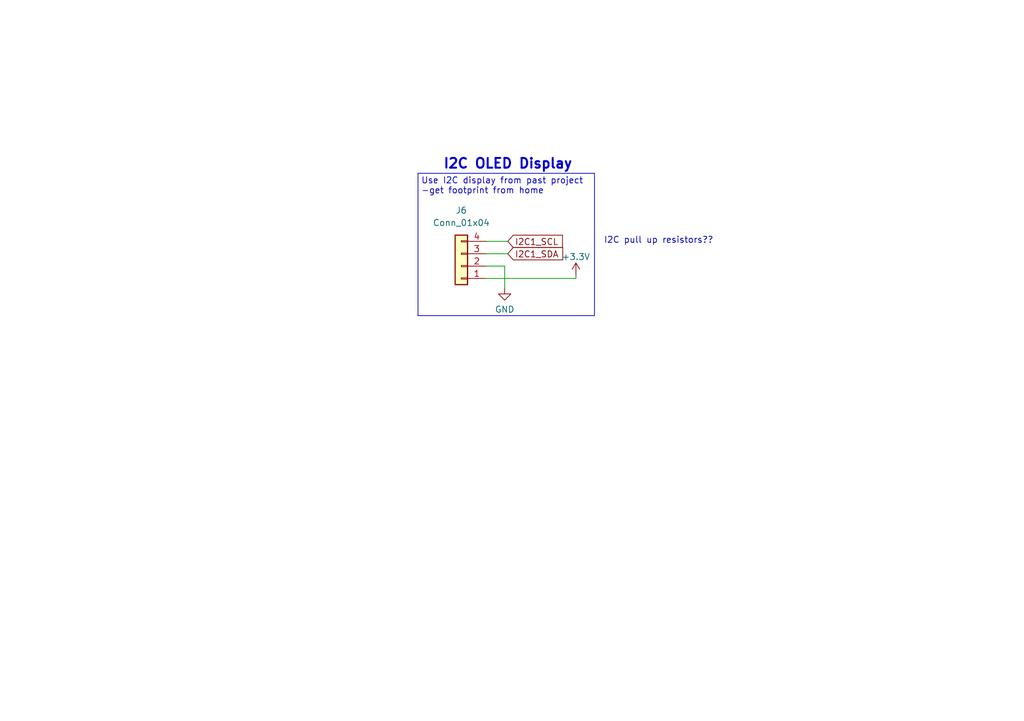
<source format=kicad_sch>
(kicad_sch (version 20230121) (generator eeschema)

  (uuid a5583f4e-507a-4664-b06f-e12a0fa96d19)

  (paper "A5")

  (lib_symbols
    (symbol "Connector_Generic:Conn_01x04" (pin_names (offset 1.016) hide) (in_bom yes) (on_board yes)
      (property "Reference" "J" (at 0 5.08 0)
        (effects (font (size 1.27 1.27)))
      )
      (property "Value" "Conn_01x04" (at 0 -7.62 0)
        (effects (font (size 1.27 1.27)))
      )
      (property "Footprint" "" (at 0 0 0)
        (effects (font (size 1.27 1.27)) hide)
      )
      (property "Datasheet" "~" (at 0 0 0)
        (effects (font (size 1.27 1.27)) hide)
      )
      (property "ki_keywords" "connector" (at 0 0 0)
        (effects (font (size 1.27 1.27)) hide)
      )
      (property "ki_description" "Generic connector, single row, 01x04, script generated (kicad-library-utils/schlib/autogen/connector/)" (at 0 0 0)
        (effects (font (size 1.27 1.27)) hide)
      )
      (property "ki_fp_filters" "Connector*:*_1x??_*" (at 0 0 0)
        (effects (font (size 1.27 1.27)) hide)
      )
      (symbol "Conn_01x04_1_1"
        (rectangle (start -1.27 -4.953) (end 0 -5.207)
          (stroke (width 0.1524) (type default))
          (fill (type none))
        )
        (rectangle (start -1.27 -2.413) (end 0 -2.667)
          (stroke (width 0.1524) (type default))
          (fill (type none))
        )
        (rectangle (start -1.27 0.127) (end 0 -0.127)
          (stroke (width 0.1524) (type default))
          (fill (type none))
        )
        (rectangle (start -1.27 2.667) (end 0 2.413)
          (stroke (width 0.1524) (type default))
          (fill (type none))
        )
        (rectangle (start -1.27 3.81) (end 1.27 -6.35)
          (stroke (width 0.254) (type default))
          (fill (type background))
        )
        (pin passive line (at -5.08 2.54 0) (length 3.81)
          (name "Pin_1" (effects (font (size 1.27 1.27))))
          (number "1" (effects (font (size 1.27 1.27))))
        )
        (pin passive line (at -5.08 0 0) (length 3.81)
          (name "Pin_2" (effects (font (size 1.27 1.27))))
          (number "2" (effects (font (size 1.27 1.27))))
        )
        (pin passive line (at -5.08 -2.54 0) (length 3.81)
          (name "Pin_3" (effects (font (size 1.27 1.27))))
          (number "3" (effects (font (size 1.27 1.27))))
        )
        (pin passive line (at -5.08 -5.08 0) (length 3.81)
          (name "Pin_4" (effects (font (size 1.27 1.27))))
          (number "4" (effects (font (size 1.27 1.27))))
        )
      )
    )
    (symbol "power:+3.3V" (power) (pin_names (offset 0)) (in_bom yes) (on_board yes)
      (property "Reference" "#PWR" (at 0 -3.81 0)
        (effects (font (size 1.27 1.27)) hide)
      )
      (property "Value" "+3.3V" (at 0 3.556 0)
        (effects (font (size 1.27 1.27)))
      )
      (property "Footprint" "" (at 0 0 0)
        (effects (font (size 1.27 1.27)) hide)
      )
      (property "Datasheet" "" (at 0 0 0)
        (effects (font (size 1.27 1.27)) hide)
      )
      (property "ki_keywords" "global power" (at 0 0 0)
        (effects (font (size 1.27 1.27)) hide)
      )
      (property "ki_description" "Power symbol creates a global label with name \"+3.3V\"" (at 0 0 0)
        (effects (font (size 1.27 1.27)) hide)
      )
      (symbol "+3.3V_0_1"
        (polyline
          (pts
            (xy -0.762 1.27)
            (xy 0 2.54)
          )
          (stroke (width 0) (type default))
          (fill (type none))
        )
        (polyline
          (pts
            (xy 0 0)
            (xy 0 2.54)
          )
          (stroke (width 0) (type default))
          (fill (type none))
        )
        (polyline
          (pts
            (xy 0 2.54)
            (xy 0.762 1.27)
          )
          (stroke (width 0) (type default))
          (fill (type none))
        )
      )
      (symbol "+3.3V_1_1"
        (pin power_in line (at 0 0 90) (length 0) hide
          (name "+3.3V" (effects (font (size 1.27 1.27))))
          (number "1" (effects (font (size 1.27 1.27))))
        )
      )
    )
    (symbol "power:GND" (power) (pin_names (offset 0)) (in_bom yes) (on_board yes)
      (property "Reference" "#PWR" (at 0 -6.35 0)
        (effects (font (size 1.27 1.27)) hide)
      )
      (property "Value" "GND" (at 0 -3.81 0)
        (effects (font (size 1.27 1.27)))
      )
      (property "Footprint" "" (at 0 0 0)
        (effects (font (size 1.27 1.27)) hide)
      )
      (property "Datasheet" "" (at 0 0 0)
        (effects (font (size 1.27 1.27)) hide)
      )
      (property "ki_keywords" "global power" (at 0 0 0)
        (effects (font (size 1.27 1.27)) hide)
      )
      (property "ki_description" "Power symbol creates a global label with name \"GND\" , ground" (at 0 0 0)
        (effects (font (size 1.27 1.27)) hide)
      )
      (symbol "GND_0_1"
        (polyline
          (pts
            (xy 0 0)
            (xy 0 -1.27)
            (xy 1.27 -1.27)
            (xy 0 -2.54)
            (xy -1.27 -1.27)
            (xy 0 -1.27)
          )
          (stroke (width 0) (type default))
          (fill (type none))
        )
      )
      (symbol "GND_1_1"
        (pin power_in line (at 0 0 270) (length 0) hide
          (name "GND" (effects (font (size 1.27 1.27))))
          (number "1" (effects (font (size 1.27 1.27))))
        )
      )
    )
  )


  (wire (pts (xy 118.11 57.15) (xy 99.695 57.15))
    (stroke (width 0) (type default))
    (uuid 364c4674-bfc5-4826-a9c5-619f1f553467)
  )
  (polyline (pts (xy 85.725 35.56) (xy 121.92 35.56))
    (stroke (width 0) (type default))
    (uuid 3e15a9e3-b27f-45b9-b35c-152408cb1725)
  )
  (polyline (pts (xy 121.92 64.77) (xy 85.725 64.77))
    (stroke (width 0) (type default))
    (uuid 42c03c74-147a-4676-983d-0af8b19328c7)
  )

  (wire (pts (xy 103.505 54.61) (xy 99.695 54.61))
    (stroke (width 0) (type default))
    (uuid 533c9688-1786-4d95-8e6c-13ccdc406721)
  )
  (wire (pts (xy 99.695 52.07) (xy 104.14 52.07))
    (stroke (width 0) (type default))
    (uuid 6cc18c3d-0b09-44d9-979d-d579709a7090)
  )
  (wire (pts (xy 103.505 59.055) (xy 103.505 54.61))
    (stroke (width 0) (type default))
    (uuid 6f67e29f-cbb3-4184-9798-2e53a7268aad)
  )
  (polyline (pts (xy 85.725 64.77) (xy 85.725 35.56))
    (stroke (width 0) (type default))
    (uuid 7cdef5e2-5403-4113-a16c-b78faa0bcabe)
  )

  (wire (pts (xy 99.695 49.53) (xy 104.14 49.53))
    (stroke (width 0) (type default))
    (uuid 9d4f453f-00d9-4d5e-b56c-ab7a75ae9b06)
  )
  (wire (pts (xy 118.11 56.515) (xy 118.11 57.15))
    (stroke (width 0) (type default))
    (uuid c525d67f-39b0-43d8-b287-8e0cfbdde948)
  )
  (polyline (pts (xy 121.92 35.56) (xy 121.92 64.77))
    (stroke (width 0) (type default))
    (uuid e8b9cdaf-0c78-4e8c-8c74-209c2cc4e357)
  )

  (text "Use I2C display from past project\n-get footprint from home"
    (at 86.36 40.005 0)
    (effects (font (size 1.27 1.27)) (justify left bottom))
    (uuid 9f380b16-bd86-4f4c-af62-6635642c0180)
  )
  (text "I2C pull up resistors??" (at 123.825 50.165 0)
    (effects (font (size 1.27 1.27)) (justify left bottom))
    (uuid a2f19c78-c532-403e-8339-e3bc5bb817a3)
  )
  (text "I2C OLED Display" (at 90.805 34.925 0)
    (effects (font (size 2 2) (thickness 0.4) bold) (justify left bottom))
    (uuid eb7df5a0-0174-497f-8b4e-825276c5a87c)
  )

  (global_label "I2C1_SDA" (shape input) (at 104.14 52.07 0) (fields_autoplaced)
    (effects (font (size 1.27 1.27)) (justify left))
    (uuid 230b25a2-606f-48c2-af58-cb5699e5db92)
    (property "Intersheetrefs" "${INTERSHEET_REFS}" (at 115.9547 52.07 0)
      (effects (font (size 1.27 1.27)) (justify left) hide)
    )
  )
  (global_label "I2C1_SCL" (shape input) (at 104.14 49.53 0) (fields_autoplaced)
    (effects (font (size 1.27 1.27)) (justify left))
    (uuid 524db9ba-c754-44ec-821e-82b3d7013ad4)
    (property "Intersheetrefs" "${INTERSHEET_REFS}" (at 115.8942 49.53 0)
      (effects (font (size 1.27 1.27)) (justify left) hide)
    )
  )

  (symbol (lib_id "power:GND") (at 103.505 59.055 0) (unit 1)
    (in_bom yes) (on_board yes) (dnp no) (fields_autoplaced)
    (uuid 3ed09767-b4f8-420a-9fa3-d2426dfabff8)
    (property "Reference" "#PWR011" (at 103.505 65.405 0)
      (effects (font (size 1.27 1.27)) hide)
    )
    (property "Value" "GND" (at 103.505 63.5 0)
      (effects (font (size 1.27 1.27)))
    )
    (property "Footprint" "" (at 103.505 59.055 0)
      (effects (font (size 1.27 1.27)) hide)
    )
    (property "Datasheet" "" (at 103.505 59.055 0)
      (effects (font (size 1.27 1.27)) hide)
    )
    (pin "1" (uuid 2304cac7-ed24-4c1e-b1d1-f3ed9f8eb174))
    (instances
      (project "DMM"
        (path "/fdef8797-05b6-4b9b-8306-0b70a5374f43/0a6867db-d710-4243-a1cb-04b7932805f6"
          (reference "#PWR011") (unit 1)
        )
      )
    )
  )

  (symbol (lib_id "Connector_Generic:Conn_01x04") (at 94.615 54.61 180) (unit 1)
    (in_bom yes) (on_board yes) (dnp no) (fields_autoplaced)
    (uuid 6e0ceed9-3a5a-4334-a9e0-d8b2655242e9)
    (property "Reference" "J6" (at 94.615 43.18 0)
      (effects (font (size 1.27 1.27)))
    )
    (property "Value" "Conn_01x04" (at 94.615 45.72 0)
      (effects (font (size 1.27 1.27)))
    )
    (property "Footprint" "Connector_PinHeader_2.54mm:PinHeader_1x04_P2.54mm_Vertical" (at 94.615 54.61 0)
      (effects (font (size 1.27 1.27)) hide)
    )
    (property "Datasheet" "~" (at 94.615 54.61 0)
      (effects (font (size 1.27 1.27)) hide)
    )
    (property "LCSC Price" "0" (at 94.615 54.61 0)
      (effects (font (size 1.27 1.27)) hide)
    )
    (property "Price Qty" "0" (at 94.615 54.61 0)
      (effects (font (size 1.27 1.27)) hide)
    )
    (property "Store" "Parts Bin" (at 94.615 54.61 0)
      (effects (font (size 1.27 1.27)) hide)
    )
    (pin "1" (uuid 1590d232-d404-4553-bf28-ed371a659c5a))
    (pin "2" (uuid cd44748d-415d-4eb5-b7a7-7c3def5c8a80))
    (pin "3" (uuid a9627b6b-8f75-4e42-ab48-d21ebe9de54c))
    (pin "4" (uuid a36221c7-69e0-4864-865a-277767e4894e))
    (instances
      (project "DMM"
        (path "/fdef8797-05b6-4b9b-8306-0b70a5374f43/0a6867db-d710-4243-a1cb-04b7932805f6"
          (reference "J6") (unit 1)
        )
      )
    )
  )

  (symbol (lib_id "power:+3.3V") (at 118.11 56.515 0) (unit 1)
    (in_bom yes) (on_board yes) (dnp no)
    (uuid 813dcd31-69f0-4be1-ba9c-76bbd7415e4f)
    (property "Reference" "#PWR010" (at 118.11 60.325 0)
      (effects (font (size 1.27 1.27)) hide)
    )
    (property "Value" "+3.3V" (at 118.11 52.705 0)
      (effects (font (size 1.27 1.27)))
    )
    (property "Footprint" "" (at 118.11 56.515 0)
      (effects (font (size 1.27 1.27)) hide)
    )
    (property "Datasheet" "" (at 118.11 56.515 0)
      (effects (font (size 1.27 1.27)) hide)
    )
    (pin "1" (uuid 949f6e31-ae8b-4456-9566-ab4b5e982721))
    (instances
      (project "DMM"
        (path "/fdef8797-05b6-4b9b-8306-0b70a5374f43/0a6867db-d710-4243-a1cb-04b7932805f6"
          (reference "#PWR010") (unit 1)
        )
      )
    )
  )
)

</source>
